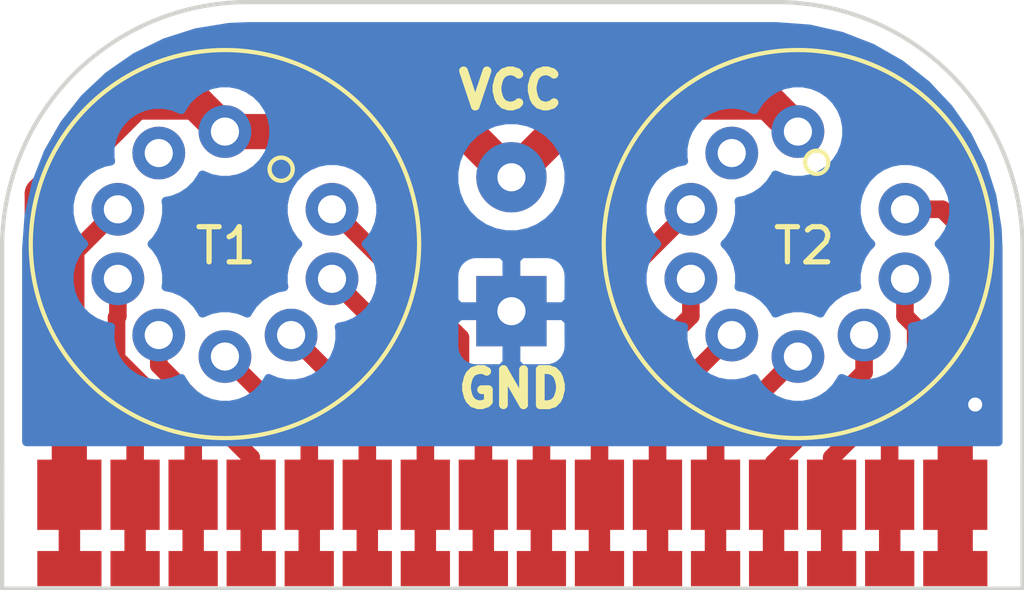
<source format=kicad_pcb>
(kicad_pcb (version 20171130) (host pcbnew "(5.1.5)-2")

  (general
    (thickness 1.6)
    (drawings 12)
    (tracks 106)
    (zones 0)
    (modules 4)
    (nets 19)
  )

  (page A4)
  (layers
    (0 Top signal)
    (31 Bottom signal)
    (32 B.Adhes user hide)
    (33 F.Adhes user hide)
    (34 B.Paste user)
    (35 F.Paste user)
    (36 B.SilkS user)
    (37 F.SilkS user)
    (38 B.Mask user)
    (39 F.Mask user)
    (40 Dwgs.User user)
    (41 Cmts.User user)
    (42 Eco1.User user)
    (43 Eco2.User user)
    (44 Edge.Cuts user)
    (45 Margin user)
    (46 B.CrtYd user)
    (47 F.CrtYd user)
    (48 B.Fab user hide)
    (49 F.Fab user hide)
  )

  (setup
    (last_trace_width 0.25)
    (user_trace_width 0.5)
    (user_trace_width 0.6096)
    (user_trace_width 1)
    (user_trace_width 4)
    (trace_clearance 0.2)
    (zone_clearance 0.508)
    (zone_45_only no)
    (trace_min 0.2)
    (via_size 0.8)
    (via_drill 0.4)
    (via_min_size 0.4)
    (via_min_drill 0.3)
    (user_via 0.6 0.3)
    (user_via 1 0.4)
    (uvia_size 0.3)
    (uvia_drill 0.1)
    (uvias_allowed no)
    (uvia_min_size 0.2)
    (uvia_min_drill 0.1)
    (edge_width 0.05)
    (segment_width 0.2)
    (pcb_text_width 0.3)
    (pcb_text_size 1.5 1.5)
    (mod_edge_width 0.12)
    (mod_text_size 1 1)
    (mod_text_width 0.15)
    (pad_size 1.825 2)
    (pad_drill 0)
    (pad_to_mask_clearance 0.051)
    (solder_mask_min_width 0.25)
    (aux_axis_origin 0 0)
    (visible_elements 7FFFFFFF)
    (pcbplotparams
      (layerselection 0x010fc_ffffffff)
      (usegerberextensions false)
      (usegerberattributes false)
      (usegerberadvancedattributes false)
      (creategerberjobfile false)
      (excludeedgelayer true)
      (linewidth 0.100000)
      (plotframeref false)
      (viasonmask false)
      (mode 1)
      (useauxorigin false)
      (hpglpennumber 1)
      (hpglpenspeed 20)
      (hpglpendiameter 15.000000)
      (psnegative false)
      (psa4output false)
      (plotreference true)
      (plotvalue true)
      (plotinvisibletext false)
      (padsonsilk false)
      (subtractmaskfromsilk false)
      (outputformat 1)
      (mirror false)
      (drillshape 1)
      (scaleselection 1)
      (outputdirectory ""))
  )

  (net 0 "")
  (net 1 VCC)
  (net 2 GND)
  (net 3 /T1D8)
  (net 4 /T1D7)
  (net 5 /T1D6)
  (net 6 /T1D5)
  (net 7 /T1D4)
  (net 8 /T1D3)
  (net 9 /T2D8)
  (net 10 /T2D7)
  (net 11 /T2D6)
  (net 12 /T2D5)
  (net 13 /T2D4)
  (net 14 /T2D3)
  (net 15 /T1D9)
  (net 16 /T2D9)
  (net 17 "Net-(T1-Pad2)")
  (net 18 "Net-(T2-Pad2)")

  (net_class Default "This is the default net class."
    (clearance 0.2)
    (trace_width 0.25)
    (via_dia 0.8)
    (via_drill 0.4)
    (uvia_dia 0.3)
    (uvia_drill 0.1)
    (add_net /T1D3)
    (add_net /T1D4)
    (add_net /T1D5)
    (add_net /T1D6)
    (add_net /T1D7)
    (add_net /T1D8)
    (add_net /T1D9)
    (add_net /T2D3)
    (add_net /T2D4)
    (add_net /T2D5)
    (add_net /T2D6)
    (add_net /T2D7)
    (add_net /T2D8)
    (add_net /T2D9)
    (add_net GND)
    (add_net "Net-(T1-Pad2)")
    (add_net "Net-(T2-Pad2)")
    (add_net VCC)
  )

  (module "USB Micro numitronWatch:numitronWatchPCBMountTubev1" (layer Top) (tedit 5FB9C97A) (tstamp 5FB46803)
    (at 148.31758 110.1424)
    (path /5ECC9875)
    (fp_text reference GND (at 0.33084 -2.00698) (layer F.SilkS)
      (effects (font (size 1 1) (thickness 0.25)))
    )
    (fp_text value PCBMOUNT-20SECOND (at 0.54864 -4.49834) (layer F.Fab)
      (effects (font (size 1 1) (thickness 0.15)))
    )
    (pad 7 smd rect (at -0.52468 3.1033 180) (size 1.4 1) (layers Top F.Paste F.Mask)
      (net 15 /T1D9) (solder_mask_margin 0.1016))
    (pad 8 smd rect (at 1.12532 3.1033) (size 1.4 1) (layers Top F.Paste F.Mask)
      (net 14 /T2D3) (solder_mask_margin 0.1016))
    (pad P2 smd rect (at -12.29264 3.1033 180) (size 1.825 1) (layers Top F.Paste F.Mask)
      (net 1 VCC) (solder_mask_margin 0.1016))
    (pad 11 smd rect (at 6.07532 3.1033 180) (size 1.4 1) (layers Top F.Paste F.Mask)
      (net 11 /T2D6) (solder_mask_margin 0.1016))
    (pad 4 smd rect (at -5.47468 3.1033 180) (size 1.4 1) (layers Top F.Paste F.Mask)
      (net 5 /T1D6) (solder_mask_margin 0.1016))
    (pad 14 smd rect (at 11.02532 3.1033 180) (size 1.4 1) (layers Top F.Paste F.Mask)
      (net 16 /T2D9) (solder_mask_margin 0.1016))
    (pad 10 smd rect (at 4.42532 3.1033 180) (size 1.4 1) (layers Top F.Paste F.Mask)
      (net 12 /T2D5) (solder_mask_margin 0.1016))
    (pad 13 smd rect (at 9.37532 3.1033 180) (size 1.4 1) (layers Top F.Paste F.Mask)
      (net 9 /T2D8) (solder_mask_margin 0.1016))
    (pad 9 smd rect (at 2.77532 3.1033) (size 1.4 1) (layers Top F.Paste F.Mask)
      (net 13 /T2D4) (solder_mask_margin 0.1016))
    (pad P1 smd rect (at 12.89032 3.1033 180) (size 1.825 1) (layers Top F.Paste F.Mask)
      (net 2 GND) (solder_mask_margin 0.1016))
    (pad 12 smd rect (at 7.72532 3.1033 180) (size 1.4 1) (layers Top F.Paste F.Mask)
      (net 10 /T2D7) (solder_mask_margin 0.1016))
    (pad 1 smd rect (at -10.42468 3.1033 180) (size 1.4 1) (layers Top F.Paste F.Mask)
      (net 8 /T1D3) (solder_mask_margin 0.1016))
    (pad 3 smd rect (at -7.12468 3.1033 180) (size 1.4 1) (layers Top F.Paste F.Mask)
      (net 6 /T1D5) (solder_mask_margin 0.1016))
    (pad 2 smd rect (at -8.77468 3.1033 180) (size 1.4 1) (layers Top F.Paste F.Mask)
      (net 7 /T1D4) (solder_mask_margin 0.1016))
    (pad 6 smd rect (at -2.17468 3.1033 180) (size 1.4 1) (layers Top F.Paste F.Mask)
      (net 3 /T1D8) (solder_mask_margin 0.1016))
    (pad 5 smd rect (at -3.82468 3.1033 180) (size 1.4 1) (layers Top F.Paste F.Mask)
      (net 4 /T1D7) (solder_mask_margin 0.1016))
    (pad 2 smd rect (at -8.77672 1.0033 180) (size 1.4 2) (layers Top F.Paste F.Mask)
      (net 7 /T1D4) (solder_mask_margin 0.1016))
    (pad 3 smd rect (at -7.12672 1.0033 180) (size 1.4 2) (layers Top F.Paste F.Mask)
      (net 6 /T1D5) (solder_mask_margin 0.1016))
    (pad P2 smd rect (at -12.29468 1.0033 180) (size 1.825 2) (layers Top F.Paste F.Mask)
      (net 1 VCC) (solder_mask_margin 0.1016))
    (pad 1 smd rect (at -10.42672 1.0033 180) (size 1.4 2) (layers Top F.Paste F.Mask)
      (net 8 /T1D3) (solder_mask_margin 0.1016))
    (pad 4 smd rect (at -5.47672 1.0033 180) (size 1.4 2) (layers Top F.Paste F.Mask)
      (net 5 /T1D6) (solder_mask_margin 0.1016))
    (pad 7 smd rect (at -0.52672 1.0033 180) (size 1.4 2) (layers Top F.Paste F.Mask)
      (net 15 /T1D9) (solder_mask_margin 0.1016))
    (pad 8 smd rect (at 1.12328 1.0033) (size 1.4 2) (layers Top F.Paste F.Mask)
      (net 14 /T2D3) (solder_mask_margin 0.1016))
    (pad 5 smd rect (at -3.82672 1.0033 180) (size 1.4 2) (layers Top F.Paste F.Mask)
      (net 4 /T1D7) (solder_mask_margin 0.1016))
    (pad 6 smd rect (at -2.17672 1.0033 180) (size 1.4 2) (layers Top F.Paste F.Mask)
      (net 3 /T1D8) (solder_mask_margin 0.1016))
    (pad 9 smd rect (at 2.77328 1.0033) (size 1.4 2) (layers Top F.Paste F.Mask)
      (net 13 /T2D4) (solder_mask_margin 0.1016))
    (pad 13 smd rect (at 9.37328 1.0033 180) (size 1.4 2) (layers Top F.Paste F.Mask)
      (net 9 /T2D8) (solder_mask_margin 0.1016))
    (pad 10 smd rect (at 4.42328 1.0033 180) (size 1.4 2) (layers Top F.Paste F.Mask)
      (net 12 /T2D5) (solder_mask_margin 0.1016))
    (pad 11 smd rect (at 6.07328 1.0033 180) (size 1.4 2) (layers Top F.Paste F.Mask)
      (net 11 /T2D6) (solder_mask_margin 0.1016))
    (pad 12 smd rect (at 7.72328 1.0033 180) (size 1.4 2) (layers Top F.Paste F.Mask)
      (net 10 /T2D7) (solder_mask_margin 0.1016))
    (pad 14 smd rect (at 11.02328 1.0033 180) (size 1.4 2) (layers Top F.Paste F.Mask)
      (net 16 /T2D9) (solder_mask_margin 0.1016))
    (pad P1 smd rect (at 12.88828 1.0033 180) (size 1.825 2) (layers Top F.Paste F.Mask)
      (net 2 GND) (solder_mask_margin 0.1016))
  )

  (module "USB Micro numitronWatch:IV-16" (layer Top) (tedit 5FB36F94) (tstamp 5FB450D5)
    (at 156.7338 104.013)
    (path /5FB376C6)
    (fp_text reference T2 (at 0.1778 0.0508) (layer F.SilkS)
      (effects (font (size 1 1) (thickness 0.15)))
    )
    (fp_text value IV-16 (at 0 6.445) (layer F.Fab)
      (effects (font (size 1 1) (thickness 0.15)))
    )
    (fp_circle (center 0 0) (end 0 5.77) (layer F.CrtYd) (width 0.05))
    (fp_circle (center 0 0) (end 0 5.52) (layer F.SilkS) (width 0.12))
    (fp_circle (center 0 0) (end 0 5.4) (layer F.Fab) (width 0.1))
    (pad 9 thru_hole oval (at 3.04338 -0.988854) (size 1.5 1.5) (drill 0.8) (layers *.Cu *.Mask)
      (net 16 /T2D9))
    (pad 8 thru_hole oval (at 3.04338 0.988854) (size 1.5 1.5) (drill 0.8) (layers *.Cu *.Mask)
      (net 9 /T2D8))
    (pad 7 thru_hole oval (at 1.880912 2.588854) (size 1.5 1.5) (drill 0.8) (layers *.Cu *.Mask)
      (net 10 /T2D7))
    (pad 6 thru_hole oval (at 0 3.2) (size 1.5 1.5) (drill 0.8) (layers *.Cu *.Mask)
      (net 11 /T2D6))
    (pad 5 thru_hole oval (at -1.880912 2.588854) (size 1.5 1.5) (drill 0.8) (layers *.Cu *.Mask)
      (net 12 /T2D5))
    (pad 4 thru_hole oval (at -3.04338 0.988854) (size 1.5 1.5) (drill 0.8) (layers *.Cu *.Mask)
      (net 13 /T2D4))
    (pad 3 thru_hole oval (at -3.04338 -0.988854) (size 1.5 1.5) (drill 0.8) (layers *.Cu *.Mask)
      (net 14 /T2D3))
    (pad 2 thru_hole oval (at -1.880912 -2.588854) (size 1.5 1.5) (drill 0.8) (layers *.Cu *.Mask)
      (net 18 "Net-(T2-Pad2)"))
    (pad 1 thru_hole oval (at 0 -3.2) (size 1.5 1.5) (drill 0.8) (layers *.Cu *.Mask)
      (net 1 VCC))
  )

  (module "USB Micro numitronWatch:IV-16" (layer Top) (tedit 5FB36F94) (tstamp 5FB450C5)
    (at 140.4462 104.013)
    (path /5FB38C88)
    (fp_text reference T1 (at 0.0254 0.0508) (layer F.SilkS)
      (effects (font (size 1 1) (thickness 0.15)))
    )
    (fp_text value IV-16 (at 0 6.445) (layer F.Fab)
      (effects (font (size 1 1) (thickness 0.15)))
    )
    (fp_circle (center 0 0) (end 0 5.77) (layer F.CrtYd) (width 0.05))
    (fp_circle (center 0 0) (end 0 5.52) (layer F.SilkS) (width 0.12))
    (fp_circle (center 0 0) (end 0 5.4) (layer F.Fab) (width 0.1))
    (pad 9 thru_hole oval (at 3.04338 -0.988854) (size 1.5 1.5) (drill 0.8) (layers *.Cu *.Mask)
      (net 15 /T1D9))
    (pad 8 thru_hole oval (at 3.04338 0.988854) (size 1.5 1.5) (drill 0.8) (layers *.Cu *.Mask)
      (net 3 /T1D8))
    (pad 7 thru_hole oval (at 1.880912 2.588854) (size 1.5 1.5) (drill 0.8) (layers *.Cu *.Mask)
      (net 4 /T1D7))
    (pad 6 thru_hole oval (at 0 3.2) (size 1.5 1.5) (drill 0.8) (layers *.Cu *.Mask)
      (net 5 /T1D6))
    (pad 5 thru_hole oval (at -1.880912 2.588854) (size 1.5 1.5) (drill 0.8) (layers *.Cu *.Mask)
      (net 6 /T1D5))
    (pad 4 thru_hole oval (at -3.04338 0.988854) (size 1.5 1.5) (drill 0.8) (layers *.Cu *.Mask)
      (net 7 /T1D4))
    (pad 3 thru_hole oval (at -3.04338 -0.988854) (size 1.5 1.5) (drill 0.8) (layers *.Cu *.Mask)
      (net 8 /T1D3))
    (pad 2 thru_hole oval (at -1.880912 -2.588854) (size 1.5 1.5) (drill 0.8) (layers *.Cu *.Mask)
      (net 17 "Net-(T1-Pad2)"))
    (pad 1 thru_hole oval (at 0 -3.2) (size 1.5 1.5) (drill 0.8) (layers *.Cu *.Mask)
      (net 1 VCC))
  )

  (module Connector_Wire:SolderWirePad_1x02_P3.81mm_Drill0.8mm (layer Bottom) (tedit 5AEE54BF) (tstamp 5F9F90C5)
    (at 148.59 105.923 90)
    (descr "Wire solder connection")
    (tags connector)
    (path /CEC54064)
    (attr virtual)
    (fp_text reference CONN2 (at -0.88654 -0.51816 90) (layer B.SilkS) hide
      (effects (font (size 1.2065 1.2065) (thickness 0.09652)) (justify right top mirror))
    )
    (fp_text value "wire conn" (at 13.97 -15.24) (layer F.Fab) hide
      (effects (font (size 1.2065 1.2065) (thickness 0.1016)) (justify left top))
    )
    (fp_line (start 5.31 -1.5) (end -1.49 -1.5) (layer B.CrtYd) (width 0.05))
    (fp_line (start 5.31 -1.5) (end 5.31 1.5) (layer B.CrtYd) (width 0.05))
    (fp_line (start -1.49 1.5) (end -1.49 -1.5) (layer B.CrtYd) (width 0.05))
    (fp_line (start -1.49 1.5) (end 5.31 1.5) (layer B.CrtYd) (width 0.05))
    (fp_text user %R (at 1.905 0 90) (layer B.Fab)
      (effects (font (size 1 1) (thickness 0.15)) (justify mirror))
    )
    (pad 2 thru_hole circle (at 3.81 0 90) (size 1.99898 1.99898) (drill 0.8001) (layers *.Cu *.Mask)
      (net 1 VCC))
    (pad 1 thru_hole rect (at 0 0 90) (size 1.99898 1.99898) (drill 0.8001) (layers *.Cu *.Mask)
      (net 2 GND))
  )

  (gr_line (start 134.112 109.28604) (end 134.112 111.82096) (layer Edge.Cuts) (width 0.12))
  (gr_text VCC (at 148.56206 99.63658) (layer F.SilkS)
    (effects (font (size 1 1) (thickness 0.25)))
  )
  (gr_line (start 163.1188 110.3122) (end 163.1188 113.8174) (layer Edge.Cuts) (width 0.12))
  (gr_line (start 134.112 110.3376) (end 134.112 113.8174) (layer Edge.Cuts) (width 0.12))
  (gr_circle (center 142.04442 101.8834) (end 142.37442 101.8834) (layer F.SilkS) (width 0.12) (tstamp 5FB41C92))
  (gr_circle (center 157.26664 101.68636) (end 157.59664 101.68636) (layer F.SilkS) (width 0.12))
  (gr_arc (start 156.1338 104.1146) (end 163.1188 104.1146) (angle -90) (layer Edge.Cuts) (width 0.12) (tstamp 5FB454F6))
  (gr_arc (start 141.097 104.1146) (end 141.097 97.1296) (angle -90) (layer Edge.Cuts) (width 0.12))
  (gr_line (start 134.112 112.014) (end 134.112 104.14) (layer Edge.Cuts) (width 0.12) (tstamp 5FB454DA))
  (gr_line (start 163.1188 112.014) (end 163.1188 104.14) (layer Edge.Cuts) (width 0.12))
  (gr_line (start 163.112 113.8174) (end 134.112 113.8174) (layer Edge.Cuts) (width 0.12) (tstamp 5FB454D0))
  (gr_line (start 141.083 97.1296) (end 156.083 97.1296) (layer Edge.Cuts) (width 0.12))

  (segment (start 135.502808 108.924848) (end 135.502808 102.710624) (width 0.5) (layer Top) (net 1))
  (segment (start 135.502808 102.710624) (end 138.150431 100.063001) (width 0.5) (layer Top) (net 1))
  (segment (start 138.150431 100.063001) (end 139.696201 100.063001) (width 0.5) (layer Top) (net 1))
  (segment (start 136.02602 109.44806) (end 135.502808 108.924848) (width 0.5) (layer Top) (net 1))
  (segment (start 136.02602 110.94806) (end 136.02602 109.44806) (width 0.5) (layer Top) (net 1))
  (segment (start 137.869287 99.974145) (end 139.607345 99.974145) (width 1) (layer Top) (net 1))
  (segment (start 135.252809 102.590623) (end 137.869287 99.974145) (width 1) (layer Top) (net 1))
  (segment (start 139.696201 100.063001) (end 140.4462 100.813) (width 1) (layer Top) (net 1))
  (segment (start 135.252809 108.150406) (end 135.252809 102.590623) (width 1) (layer Top) (net 1))
  (segment (start 139.607345 99.974145) (end 139.696201 100.063001) (width 1) (layer Top) (net 1))
  (segment (start 136.0229 108.920497) (end 135.252809 108.150406) (width 1) (layer Top) (net 1))
  (segment (start 136.0229 111.1457) (end 136.0229 108.920497) (width 1) (layer Top) (net 1))
  (segment (start 147.29 100.813) (end 148.59 102.113) (width 1) (layer Top) (net 1))
  (segment (start 140.4462 100.813) (end 147.29 100.813) (width 1) (layer Top) (net 1))
  (segment (start 155.983801 100.063001) (end 156.7338 100.813) (width 1) (layer Top) (net 1))
  (segment (start 150.728855 99.974145) (end 155.894945 99.974145) (width 1) (layer Top) (net 1))
  (segment (start 155.894945 99.974145) (end 155.983801 100.063001) (width 1) (layer Top) (net 1))
  (segment (start 148.59 102.113) (end 150.728855 99.974145) (width 1) (layer Top) (net 1))
  (segment (start 136.02494 111.14774) (end 136.0229 111.1457) (width 0.6096) (layer Top) (net 1))
  (segment (start 136.02494 113.2457) (end 136.02494 111.14774) (width 0.6096) (layer Top) (net 1))
  (segment (start 161.63036 108.30814) (end 161.63036 107.742455) (width 0.5) (layer Bottom) (net 2))
  (segment (start 161.565055 107.742455) (end 161.40938 107.58678) (width 0.5) (layer Bottom) (net 2))
  (segment (start 161.63036 107.742455) (end 161.565055 107.742455) (width 0.5) (layer Bottom) (net 2))
  (segment (start 161.2079 111.14774) (end 161.20586 111.1457) (width 1) (layer Top) (net 2))
  (segment (start 161.20586 109.1457) (end 161.7726 108.57896) (width 1) (layer Top) (net 2))
  (segment (start 161.20586 111.1457) (end 161.20586 109.1457) (width 1) (layer Top) (net 2))
  (segment (start 161.7726 108.57896) (end 161.7726 108.57896) (width 1) (layer Top) (net 2) (tstamp 5FBA2EE9))
  (via (at 161.7726 108.57896) (size 0.8) (drill 0.4) (layers Top Bottom) (net 2))
  (segment (start 161.20586 113.05739) (end 161.2079 113.05739) (width 1) (layer Top) (net 2))
  (segment (start 161.20586 111.1457) (end 161.20586 113.05739) (width 1) (layer Top) (net 2))
  (segment (start 146.14398 107.656254) (end 146.14398 110.94806) (width 0.5) (layer Top) (net 3))
  (segment (start 143.48958 105.001854) (end 146.14398 107.656254) (width 0.5) (layer Top) (net 3))
  (segment (start 146.1429 111.14774) (end 146.14086 111.1457) (width 0.6096) (layer Top) (net 3))
  (segment (start 146.1429 113.2457) (end 146.1429 111.14774) (width 0.6096) (layer Top) (net 3))
  (segment (start 144.49398 108.768722) (end 144.49398 110.94806) (width 0.5) (layer Top) (net 4))
  (segment (start 142.327112 106.601854) (end 144.49398 108.768722) (width 0.5) (layer Top) (net 4))
  (segment (start 144.4929 111.14774) (end 144.49086 111.1457) (width 0.6096) (layer Top) (net 4))
  (segment (start 144.4929 113.2457) (end 144.4929 111.14774) (width 0.6096) (layer Top) (net 4))
  (segment (start 142.84398 109.61078) (end 142.84398 110.94806) (width 0.5) (layer Top) (net 5))
  (segment (start 140.4462 107.213) (end 142.84398 109.61078) (width 0.5) (layer Top) (net 5))
  (segment (start 142.8429 111.14774) (end 142.84086 111.1457) (width 0.6096) (layer Top) (net 5))
  (segment (start 142.8429 113.2457) (end 142.8429 111.14774) (width 0.6096) (layer Top) (net 5))
  (segment (start 141.19398 110.088058) (end 141.19398 110.94806) (width 0.5) (layer Top) (net 6))
  (segment (start 138.565288 107.459366) (end 141.19398 110.088058) (width 0.5) (layer Top) (net 6))
  (segment (start 138.565288 106.601854) (end 138.565288 107.459366) (width 0.5) (layer Top) (net 6))
  (segment (start 141.1929 111.14774) (end 141.19086 111.1457) (width 0.6096) (layer Top) (net 6))
  (segment (start 141.1929 113.2457) (end 141.1929 111.14774) (width 0.6096) (layer Top) (net 6))
  (segment (start 137.365287 106.100047) (end 137.40282 106.062514) (width 0.5) (layer Top) (net 7))
  (segment (start 137.365287 107.269367) (end 137.365287 106.100047) (width 0.5) (layer Top) (net 7))
  (segment (start 139.54398 109.44806) (end 137.365287 107.269367) (width 0.5) (layer Top) (net 7))
  (segment (start 137.40282 106.062514) (end 137.40282 105.001854) (width 0.5) (layer Top) (net 7))
  (segment (start 139.54398 110.94806) (end 139.54398 109.44806) (width 0.5) (layer Top) (net 7))
  (segment (start 139.5429 111.14774) (end 139.54086 111.1457) (width 0.6096) (layer Top) (net 7))
  (segment (start 139.5429 113.2457) (end 139.5429 111.14774) (width 0.6096) (layer Top) (net 7))
  (segment (start 137.89398 109.44806) (end 137.89398 110.94806) (width 0.5) (layer Top) (net 8))
  (segment (start 137.40282 103.024146) (end 136.202819 104.224147) (width 0.5) (layer Top) (net 8))
  (segment (start 136.202819 107.756899) (end 137.89398 109.44806) (width 0.5) (layer Top) (net 8))
  (segment (start 136.202819 104.224147) (end 136.202819 107.756899) (width 0.5) (layer Top) (net 8))
  (segment (start 137.8929 111.14774) (end 137.89086 111.1457) (width 0.6096) (layer Top) (net 8))
  (segment (start 137.8929 113.2457) (end 137.8929 111.14774) (width 0.6096) (layer Top) (net 8))
  (segment (start 159.77718 105.001854) (end 159.77718 106.062514) (width 0.5) (layer Top) (net 9))
  (segment (start 157.69398 110.088058) (end 157.69398 110.94806) (width 0.5) (layer Top) (net 9))
  (segment (start 160.080347 107.701691) (end 157.69398 110.088058) (width 0.5) (layer Top) (net 9))
  (segment (start 159.77718 106.062514) (end 160.080347 106.365681) (width 0.5) (layer Top) (net 9))
  (segment (start 160.080347 106.365681) (end 160.080347 107.701691) (width 0.5) (layer Top) (net 9))
  (segment (start 157.6929 111.14774) (end 157.69086 111.1457) (width 0.6096) (layer Top) (net 9))
  (segment (start 157.6929 113.2457) (end 157.6929 111.14774) (width 0.6096) (layer Top) (net 9))
  (segment (start 156.04398 110.233246) (end 156.04398 110.94806) (width 0.5) (layer Top) (net 10))
  (segment (start 158.614712 107.662514) (end 156.04398 110.233246) (width 0.5) (layer Top) (net 10))
  (segment (start 158.614712 106.601854) (end 158.614712 107.662514) (width 0.5) (layer Top) (net 10))
  (segment (start 156.04086 113.24366) (end 156.0429 113.2457) (width 0.6096) (layer Top) (net 10))
  (segment (start 156.04086 111.1457) (end 156.04086 113.24366) (width 0.6096) (layer Top) (net 10))
  (segment (start 154.39398 109.55282) (end 154.39398 110.94806) (width 0.5) (layer Top) (net 11))
  (segment (start 156.7338 107.213) (end 154.39398 109.55282) (width 0.5) (layer Top) (net 11))
  (segment (start 154.39086 113.24366) (end 154.3929 113.2457) (width 0.6096) (layer Top) (net 11))
  (segment (start 154.39086 111.1457) (end 154.39086 113.24366) (width 0.6096) (layer Top) (net 11))
  (segment (start 152.74398 108.710762) (end 152.74398 110.94806) (width 0.5) (layer Top) (net 12))
  (segment (start 154.852888 106.601854) (end 152.74398 108.710762) (width 0.5) (layer Top) (net 12))
  (segment (start 152.7429 111.14774) (end 152.74086 111.1457) (width 0.6096) (layer Top) (net 12))
  (segment (start 152.7429 113.2457) (end 152.7429 111.14774) (width 0.6096) (layer Top) (net 12))
  (segment (start 151.09398 109.44806) (end 151.09398 110.94806) (width 0.5) (layer Top) (net 13))
  (segment (start 153.69042 105.001854) (end 153.69042 106.062514) (width 0.5) (layer Top) (net 13))
  (segment (start 151.09398 108.658954) (end 151.09398 109.44806) (width 0.5) (layer Top) (net 13))
  (segment (start 153.69042 106.062514) (end 151.09398 108.658954) (width 0.5) (layer Top) (net 13))
  (segment (start 151.09086 113.24366) (end 151.0929 113.2457) (width 0.6096) (layer Top) (net 13))
  (segment (start 151.09086 111.1457) (end 151.09086 113.24366) (width 0.6096) (layer Top) (net 13))
  (segment (start 150.393969 108.498071) (end 149.44398 109.44806) (width 0.5) (layer Top) (net 14))
  (segment (start 149.44398 109.44806) (end 149.44398 110.94806) (width 0.5) (layer Top) (net 14))
  (segment (start 150.393969 106.320597) (end 150.393969 108.498071) (width 0.5) (layer Top) (net 14))
  (segment (start 153.69042 103.024146) (end 150.393969 106.320597) (width 0.5) (layer Top) (net 14))
  (segment (start 149.4429 111.14774) (end 149.44086 111.1457) (width 1) (layer Top) (net 14))
  (segment (start 149.44086 113.24366) (end 149.4429 113.2457) (width 0.6096) (layer Top) (net 14))
  (segment (start 149.44086 111.1457) (end 149.44086 113.24366) (width 0.6096) (layer Top) (net 14))
  (segment (start 147.79398 109.44806) (end 147.79398 110.94806) (width 0.5) (layer Top) (net 15))
  (segment (start 147.140509 108.794589) (end 147.79398 109.44806) (width 0.5) (layer Top) (net 15))
  (segment (start 147.140509 106.675075) (end 147.140509 108.794589) (width 0.5) (layer Top) (net 15))
  (segment (start 143.48958 103.024146) (end 147.140509 106.675075) (width 0.5) (layer Top) (net 15))
  (segment (start 147.79086 113.24366) (end 147.7929 113.2457) (width 0.6096) (layer Top) (net 15))
  (segment (start 147.79086 111.1457) (end 147.79086 113.24366) (width 0.6096) (layer Top) (net 15))
  (segment (start 159.34086 109.6457) (end 159.34086 111.1457) (width 0.5) (layer Top) (net 16))
  (segment (start 161.379093 103.565399) (end 161.379093 107.607467) (width 0.5) (layer Top) (net 16))
  (segment (start 161.379093 107.607467) (end 159.34086 109.6457) (width 0.5) (layer Top) (net 16))
  (segment (start 160.83784 103.024146) (end 161.379093 103.565399) (width 0.5) (layer Top) (net 16))
  (segment (start 159.77718 103.024146) (end 160.83784 103.024146) (width 0.5) (layer Top) (net 16))
  (segment (start 159.3429 111.14774) (end 159.34086 111.1457) (width 0.6096) (layer Top) (net 16))
  (segment (start 159.3429 113.2457) (end 159.3429 111.14774) (width 0.6096) (layer Top) (net 16))

  (zone (net 2) (net_name GND) (layer Bottom) (tstamp 5FB9E0AB) (hatch edge 0.508)
    (connect_pads (clearance 0.508))
    (min_thickness 0.254)
    (fill yes (arc_segments 32) (thermal_gap 0.508) (thermal_bridge_width 0.508))
    (polygon
      (pts
        (xy 157.6705 97.46742) (xy 159.03194 97.93986) (xy 160.12922 98.54946) (xy 161.2392 99.54768) (xy 162.04438 100.6856)
        (xy 162.50158 101.54666) (xy 162.7505 102.4636) (xy 162.94354 103.40594) (xy 162.97148 105.0163) (xy 162.97148 109.793193)
        (xy 162.9918 109.80674) (xy 162.97148 109.83468) (xy 162.97148 109.793193) (xy 162.93084 109.7661) (xy 134.22122 109.7661)
        (xy 134.22122 103.82758) (xy 134.63778 101.79558) (xy 135.38708 100.32492) (xy 136.71804 98.82632) (xy 138.1633 97.93986)
        (xy 139.74318 97.41154) (xy 140.79728 97.27438) (xy 156.36748 97.27438)
      )
    )
    (filled_polygon
      (pts
        (xy 157.063238 97.895585) (xy 157.97226 98.101276) (xy 158.840887 98.439067) (xy 159.65005 98.901542) (xy 160.381967 99.478537)
        (xy 161.020557 100.157378) (xy 161.551797 100.923159) (xy 161.96401 101.759043) (xy 162.248144 102.646679) (xy 162.399668 103.577072)
        (xy 162.423801 104.129798) (xy 162.4238 109.6391) (xy 134.807 109.6391) (xy 134.807 104.140389) (xy 134.877985 103.185162)
        (xy 134.945285 102.887735) (xy 136.01782 102.887735) (xy 136.01782 103.160557) (xy 136.071045 103.428135) (xy 136.175449 103.680189)
        (xy 136.327021 103.907032) (xy 136.432989 104.013) (xy 136.327021 104.118968) (xy 136.175449 104.345811) (xy 136.071045 104.597865)
        (xy 136.01782 104.865443) (xy 136.01782 105.138265) (xy 136.071045 105.405843) (xy 136.175449 105.657897) (xy 136.327021 105.88474)
        (xy 136.519934 106.077653) (xy 136.746777 106.229225) (xy 136.998831 106.333629) (xy 137.198603 106.373366) (xy 137.180288 106.465443)
        (xy 137.180288 106.738265) (xy 137.233513 107.005843) (xy 137.337917 107.257897) (xy 137.489489 107.48474) (xy 137.682402 107.677653)
        (xy 137.909245 107.829225) (xy 138.161299 107.933629) (xy 138.428877 107.986854) (xy 138.701699 107.986854) (xy 138.969277 107.933629)
        (xy 139.205118 107.835941) (xy 139.218829 107.869043) (xy 139.370401 108.095886) (xy 139.563314 108.288799) (xy 139.790157 108.440371)
        (xy 140.042211 108.544775) (xy 140.309789 108.598) (xy 140.582611 108.598) (xy 140.850189 108.544775) (xy 141.102243 108.440371)
        (xy 141.329086 108.288799) (xy 141.521999 108.095886) (xy 141.673571 107.869043) (xy 141.687282 107.835941) (xy 141.923123 107.933629)
        (xy 142.190701 107.986854) (xy 142.463523 107.986854) (xy 142.731101 107.933629) (xy 142.983155 107.829225) (xy 143.209998 107.677653)
        (xy 143.402911 107.48474) (xy 143.554483 107.257897) (xy 143.658887 107.005843) (xy 143.675467 106.92249) (xy 146.952438 106.92249)
        (xy 146.964698 107.046972) (xy 147.001008 107.16667) (xy 147.059973 107.276984) (xy 147.139325 107.373675) (xy 147.236016 107.453027)
        (xy 147.34633 107.511992) (xy 147.466028 107.548302) (xy 147.59051 107.560562) (xy 148.30425 107.55749) (xy 148.463 107.39874)
        (xy 148.463 106.05) (xy 148.717 106.05) (xy 148.717 107.39874) (xy 148.87575 107.55749) (xy 149.58949 107.560562)
        (xy 149.713972 107.548302) (xy 149.83367 107.511992) (xy 149.943984 107.453027) (xy 150.040675 107.373675) (xy 150.120027 107.276984)
        (xy 150.178992 107.16667) (xy 150.215302 107.046972) (xy 150.227562 106.92249) (xy 150.22449 106.20875) (xy 150.06574 106.05)
        (xy 148.717 106.05) (xy 148.463 106.05) (xy 147.11426 106.05) (xy 146.95551 106.20875) (xy 146.952438 106.92249)
        (xy 143.675467 106.92249) (xy 143.712112 106.738265) (xy 143.712112 106.465443) (xy 143.693797 106.373366) (xy 143.893569 106.333629)
        (xy 144.145623 106.229225) (xy 144.372466 106.077653) (xy 144.565379 105.88474) (xy 144.716951 105.657897) (xy 144.821355 105.405843)
        (xy 144.87458 105.138265) (xy 144.87458 104.92351) (xy 146.952438 104.92351) (xy 146.95551 105.63725) (xy 147.11426 105.796)
        (xy 148.463 105.796) (xy 148.463 104.44726) (xy 148.717 104.44726) (xy 148.717 105.796) (xy 150.06574 105.796)
        (xy 150.22449 105.63725) (xy 150.227562 104.92351) (xy 150.215302 104.799028) (xy 150.178992 104.67933) (xy 150.120027 104.569016)
        (xy 150.040675 104.472325) (xy 149.943984 104.392973) (xy 149.83367 104.334008) (xy 149.713972 104.297698) (xy 149.58949 104.285438)
        (xy 148.87575 104.28851) (xy 148.717 104.44726) (xy 148.463 104.44726) (xy 148.30425 104.28851) (xy 147.59051 104.285438)
        (xy 147.466028 104.297698) (xy 147.34633 104.334008) (xy 147.236016 104.392973) (xy 147.139325 104.472325) (xy 147.059973 104.569016)
        (xy 147.001008 104.67933) (xy 146.964698 104.799028) (xy 146.952438 104.92351) (xy 144.87458 104.92351) (xy 144.87458 104.865443)
        (xy 144.821355 104.597865) (xy 144.716951 104.345811) (xy 144.565379 104.118968) (xy 144.459411 104.013) (xy 144.565379 103.907032)
        (xy 144.716951 103.680189) (xy 144.821355 103.428135) (xy 144.87458 103.160557) (xy 144.87458 102.887735) (xy 144.821355 102.620157)
        (xy 144.716951 102.368103) (xy 144.565379 102.14126) (xy 144.376136 101.952017) (xy 146.95551 101.952017) (xy 146.95551 102.273983)
        (xy 147.018322 102.589763) (xy 147.141533 102.887222) (xy 147.320408 103.154927) (xy 147.548073 103.382592) (xy 147.815778 103.561467)
        (xy 148.113237 103.684678) (xy 148.429017 103.74749) (xy 148.750983 103.74749) (xy 149.066763 103.684678) (xy 149.364222 103.561467)
        (xy 149.631927 103.382592) (xy 149.859592 103.154927) (xy 150.038124 102.887735) (xy 152.30542 102.887735) (xy 152.30542 103.160557)
        (xy 152.358645 103.428135) (xy 152.463049 103.680189) (xy 152.614621 103.907032) (xy 152.720589 104.013) (xy 152.614621 104.118968)
        (xy 152.463049 104.345811) (xy 152.358645 104.597865) (xy 152.30542 104.865443) (xy 152.30542 105.138265) (xy 152.358645 105.405843)
        (xy 152.463049 105.657897) (xy 152.614621 105.88474) (xy 152.807534 106.077653) (xy 153.034377 106.229225) (xy 153.286431 106.333629)
        (xy 153.486203 106.373366) (xy 153.467888 106.465443) (xy 153.467888 106.738265) (xy 153.521113 107.005843) (xy 153.625517 107.257897)
        (xy 153.777089 107.48474) (xy 153.970002 107.677653) (xy 154.196845 107.829225) (xy 154.448899 107.933629) (xy 154.716477 107.986854)
        (xy 154.989299 107.986854) (xy 155.256877 107.933629) (xy 155.492718 107.835941) (xy 155.506429 107.869043) (xy 155.658001 108.095886)
        (xy 155.850914 108.288799) (xy 156.077757 108.440371) (xy 156.329811 108.544775) (xy 156.597389 108.598) (xy 156.870211 108.598)
        (xy 157.137789 108.544775) (xy 157.389843 108.440371) (xy 157.616686 108.288799) (xy 157.809599 108.095886) (xy 157.961171 107.869043)
        (xy 157.974882 107.835941) (xy 158.210723 107.933629) (xy 158.478301 107.986854) (xy 158.751123 107.986854) (xy 159.018701 107.933629)
        (xy 159.270755 107.829225) (xy 159.497598 107.677653) (xy 159.690511 107.48474) (xy 159.842083 107.257897) (xy 159.946487 107.005843)
        (xy 159.999712 106.738265) (xy 159.999712 106.465443) (xy 159.981397 106.373366) (xy 160.181169 106.333629) (xy 160.433223 106.229225)
        (xy 160.660066 106.077653) (xy 160.852979 105.88474) (xy 161.004551 105.657897) (xy 161.108955 105.405843) (xy 161.16218 105.138265)
        (xy 161.16218 104.865443) (xy 161.108955 104.597865) (xy 161.004551 104.345811) (xy 160.852979 104.118968) (xy 160.747011 104.013)
        (xy 160.852979 103.907032) (xy 161.004551 103.680189) (xy 161.108955 103.428135) (xy 161.16218 103.160557) (xy 161.16218 102.887735)
        (xy 161.108955 102.620157) (xy 161.004551 102.368103) (xy 160.852979 102.14126) (xy 160.660066 101.948347) (xy 160.433223 101.796775)
        (xy 160.181169 101.692371) (xy 159.913591 101.639146) (xy 159.640769 101.639146) (xy 159.373191 101.692371) (xy 159.121137 101.796775)
        (xy 158.894294 101.948347) (xy 158.701381 102.14126) (xy 158.549809 102.368103) (xy 158.445405 102.620157) (xy 158.39218 102.887735)
        (xy 158.39218 103.160557) (xy 158.445405 103.428135) (xy 158.549809 103.680189) (xy 158.701381 103.907032) (xy 158.807349 104.013)
        (xy 158.701381 104.118968) (xy 158.549809 104.345811) (xy 158.445405 104.597865) (xy 158.39218 104.865443) (xy 158.39218 105.138265)
        (xy 158.410495 105.230342) (xy 158.210723 105.270079) (xy 157.958669 105.374483) (xy 157.731826 105.526055) (xy 157.538913 105.718968)
        (xy 157.387341 105.945811) (xy 157.37363 105.978913) (xy 157.137789 105.881225) (xy 156.870211 105.828) (xy 156.597389 105.828)
        (xy 156.329811 105.881225) (xy 156.09397 105.978913) (xy 156.080259 105.945811) (xy 155.928687 105.718968) (xy 155.735774 105.526055)
        (xy 155.508931 105.374483) (xy 155.256877 105.270079) (xy 155.057105 105.230342) (xy 155.07542 105.138265) (xy 155.07542 104.865443)
        (xy 155.022195 104.597865) (xy 154.917791 104.345811) (xy 154.766219 104.118968) (xy 154.660251 104.013) (xy 154.766219 103.907032)
        (xy 154.917791 103.680189) (xy 155.022195 103.428135) (xy 155.07542 103.160557) (xy 155.07542 102.887735) (xy 155.057105 102.795658)
        (xy 155.256877 102.755921) (xy 155.508931 102.651517) (xy 155.735774 102.499945) (xy 155.928687 102.307032) (xy 156.080259 102.080189)
        (xy 156.09397 102.047087) (xy 156.329811 102.144775) (xy 156.597389 102.198) (xy 156.870211 102.198) (xy 157.137789 102.144775)
        (xy 157.389843 102.040371) (xy 157.616686 101.888799) (xy 157.809599 101.695886) (xy 157.961171 101.469043) (xy 158.065575 101.216989)
        (xy 158.1188 100.949411) (xy 158.1188 100.676589) (xy 158.065575 100.409011) (xy 157.961171 100.156957) (xy 157.809599 99.930114)
        (xy 157.616686 99.737201) (xy 157.389843 99.585629) (xy 157.137789 99.481225) (xy 156.870211 99.428) (xy 156.597389 99.428)
        (xy 156.329811 99.481225) (xy 156.077757 99.585629) (xy 155.850914 99.737201) (xy 155.658001 99.930114) (xy 155.506429 100.156957)
        (xy 155.492718 100.190059) (xy 155.256877 100.092371) (xy 154.989299 100.039146) (xy 154.716477 100.039146) (xy 154.448899 100.092371)
        (xy 154.196845 100.196775) (xy 153.970002 100.348347) (xy 153.777089 100.54126) (xy 153.625517 100.768103) (xy 153.521113 101.020157)
        (xy 153.467888 101.287735) (xy 153.467888 101.560557) (xy 153.486203 101.652634) (xy 153.286431 101.692371) (xy 153.034377 101.796775)
        (xy 152.807534 101.948347) (xy 152.614621 102.14126) (xy 152.463049 102.368103) (xy 152.358645 102.620157) (xy 152.30542 102.887735)
        (xy 150.038124 102.887735) (xy 150.038467 102.887222) (xy 150.161678 102.589763) (xy 150.22449 102.273983) (xy 150.22449 101.952017)
        (xy 150.161678 101.636237) (xy 150.038467 101.338778) (xy 149.859592 101.071073) (xy 149.631927 100.843408) (xy 149.364222 100.664533)
        (xy 149.066763 100.541322) (xy 148.750983 100.47851) (xy 148.429017 100.47851) (xy 148.113237 100.541322) (xy 147.815778 100.664533)
        (xy 147.548073 100.843408) (xy 147.320408 101.071073) (xy 147.141533 101.338778) (xy 147.018322 101.636237) (xy 146.95551 101.952017)
        (xy 144.376136 101.952017) (xy 144.372466 101.948347) (xy 144.145623 101.796775) (xy 143.893569 101.692371) (xy 143.625991 101.639146)
        (xy 143.353169 101.639146) (xy 143.085591 101.692371) (xy 142.833537 101.796775) (xy 142.606694 101.948347) (xy 142.413781 102.14126)
        (xy 142.262209 102.368103) (xy 142.157805 102.620157) (xy 142.10458 102.887735) (xy 142.10458 103.160557) (xy 142.157805 103.428135)
        (xy 142.262209 103.680189) (xy 142.413781 103.907032) (xy 142.519749 104.013) (xy 142.413781 104.118968) (xy 142.262209 104.345811)
        (xy 142.157805 104.597865) (xy 142.10458 104.865443) (xy 142.10458 105.138265) (xy 142.122895 105.230342) (xy 141.923123 105.270079)
        (xy 141.671069 105.374483) (xy 141.444226 105.526055) (xy 141.251313 105.718968) (xy 141.099741 105.945811) (xy 141.08603 105.978913)
        (xy 140.850189 105.881225) (xy 140.582611 105.828) (xy 140.309789 105.828) (xy 140.042211 105.881225) (xy 139.80637 105.978913)
        (xy 139.792659 105.945811) (xy 139.641087 105.718968) (xy 139.448174 105.526055) (xy 139.221331 105.374483) (xy 138.969277 105.270079)
        (xy 138.769505 105.230342) (xy 138.78782 105.138265) (xy 138.78782 104.865443) (xy 138.734595 104.597865) (xy 138.630191 104.345811)
        (xy 138.478619 104.118968) (xy 138.372651 104.013) (xy 138.478619 103.907032) (xy 138.630191 103.680189) (xy 138.734595 103.428135)
        (xy 138.78782 103.160557) (xy 138.78782 102.887735) (xy 138.769505 102.795658) (xy 138.969277 102.755921) (xy 139.221331 102.651517)
        (xy 139.448174 102.499945) (xy 139.641087 102.307032) (xy 139.792659 102.080189) (xy 139.80637 102.047087) (xy 140.042211 102.144775)
        (xy 140.309789 102.198) (xy 140.582611 102.198) (xy 140.850189 102.144775) (xy 141.102243 102.040371) (xy 141.329086 101.888799)
        (xy 141.521999 101.695886) (xy 141.673571 101.469043) (xy 141.777975 101.216989) (xy 141.8312 100.949411) (xy 141.8312 100.676589)
        (xy 141.777975 100.409011) (xy 141.673571 100.156957) (xy 141.521999 99.930114) (xy 141.329086 99.737201) (xy 141.102243 99.585629)
        (xy 140.850189 99.481225) (xy 140.582611 99.428) (xy 140.309789 99.428) (xy 140.042211 99.481225) (xy 139.790157 99.585629)
        (xy 139.563314 99.737201) (xy 139.370401 99.930114) (xy 139.218829 100.156957) (xy 139.205118 100.190059) (xy 138.969277 100.092371)
        (xy 138.701699 100.039146) (xy 138.428877 100.039146) (xy 138.161299 100.092371) (xy 137.909245 100.196775) (xy 137.682402 100.348347)
        (xy 137.489489 100.54126) (xy 137.337917 100.768103) (xy 137.233513 101.020157) (xy 137.180288 101.287735) (xy 137.180288 101.560557)
        (xy 137.198603 101.652634) (xy 136.998831 101.692371) (xy 136.746777 101.796775) (xy 136.519934 101.948347) (xy 136.327021 102.14126)
        (xy 136.175449 102.368103) (xy 136.071045 102.620157) (xy 136.01782 102.887735) (xy 134.945285 102.887735) (xy 135.083676 102.27614)
        (xy 135.421467 101.407513) (xy 135.883942 100.59835) (xy 136.460937 99.866433) (xy 137.139778 99.227843) (xy 137.905559 98.696603)
        (xy 138.741443 98.28439) (xy 139.629079 98.000256) (xy 140.559472 97.848732) (xy 141.112176 97.8246) (xy 156.108011 97.8246)
      )
    )
  )
)

</source>
